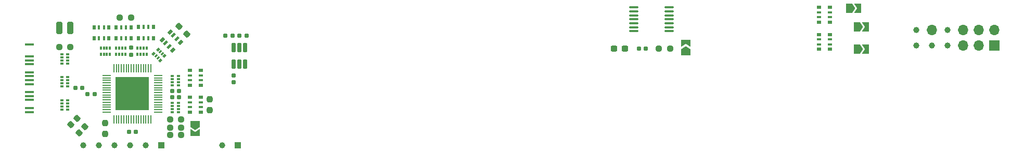
<source format=gbr>
%TF.GenerationSoftware,KiCad,Pcbnew,8.0.7*%
%TF.CreationDate,2025-01-15T17:23:36+01:00*%
%TF.ProjectId,n64rgb_v3.prod,6e363472-6762-45f7-9633-2e70726f642e,20241213.p*%
%TF.SameCoordinates,Original*%
%TF.FileFunction,Soldermask,Top*%
%TF.FilePolarity,Negative*%
%FSLAX46Y46*%
G04 Gerber Fmt 4.6, Leading zero omitted, Abs format (unit mm)*
G04 Created by KiCad (PCBNEW 8.0.7) date 2025-01-15 17:23:36*
%MOMM*%
%LPD*%
G01*
G04 APERTURE LIST*
G04 Aperture macros list*
%AMRoundRect*
0 Rectangle with rounded corners*
0 $1 Rounding radius*
0 $2 $3 $4 $5 $6 $7 $8 $9 X,Y pos of 4 corners*
0 Add a 4 corners polygon primitive as box body*
4,1,4,$2,$3,$4,$5,$6,$7,$8,$9,$2,$3,0*
0 Add four circle primitives for the rounded corners*
1,1,$1+$1,$2,$3*
1,1,$1+$1,$4,$5*
1,1,$1+$1,$6,$7*
1,1,$1+$1,$8,$9*
0 Add four rect primitives between the rounded corners*
20,1,$1+$1,$2,$3,$4,$5,0*
20,1,$1+$1,$4,$5,$6,$7,0*
20,1,$1+$1,$6,$7,$8,$9,0*
20,1,$1+$1,$8,$9,$2,$3,0*%
%AMRotRect*
0 Rectangle, with rotation*
0 The origin of the aperture is its center*
0 $1 length*
0 $2 width*
0 $3 Rotation angle, in degrees counterclockwise*
0 Add horizontal line*
21,1,$1,$2,0,0,$3*%
%AMFreePoly0*
4,1,6,1.000000,0.000000,0.500000,-0.750000,-0.500000,-0.750000,-0.500000,0.750000,0.500000,0.750000,1.000000,0.000000,1.000000,0.000000,$1*%
%AMFreePoly1*
4,1,6,0.500000,-0.750000,-0.650000,-0.750000,-0.150000,0.000000,-0.650000,0.750000,0.500000,0.750000,0.500000,-0.750000,0.500000,-0.750000,$1*%
G04 Aperture macros list end*
%ADD10RoundRect,0.237500X-0.344715X0.008839X0.008839X-0.344715X0.344715X-0.008839X-0.008839X0.344715X0*%
%ADD11C,1.000000*%
%ADD12RoundRect,0.155000X0.155000X-0.212500X0.155000X0.212500X-0.155000X0.212500X-0.155000X-0.212500X0*%
%ADD13RoundRect,0.155000X-0.212500X-0.155000X0.212500X-0.155000X0.212500X0.155000X-0.212500X0.155000X0*%
%ADD14FreePoly0,0.000000*%
%ADD15FreePoly1,0.000000*%
%ADD16R,0.400000X0.500000*%
%ADD17R,0.300000X0.500000*%
%ADD18R,0.800000X0.500000*%
%ADD19R,0.800000X0.400000*%
%ADD20RoundRect,0.250000X-0.250000X-0.750000X0.250000X-0.750000X0.250000X0.750000X-0.250000X0.750000X0*%
%ADD21RoundRect,0.155000X0.212500X0.155000X-0.212500X0.155000X-0.212500X-0.155000X0.212500X-0.155000X0*%
%ADD22RoundRect,0.237500X0.344715X-0.008839X-0.008839X0.344715X-0.344715X0.008839X0.008839X-0.344715X0*%
%ADD23RoundRect,0.100000X-0.637500X-0.100000X0.637500X-0.100000X0.637500X0.100000X-0.637500X0.100000X0*%
%ADD24RoundRect,0.237500X0.237500X-0.250000X0.237500X0.250000X-0.237500X0.250000X-0.237500X-0.250000X0*%
%ADD25RoundRect,0.237500X-0.250000X-0.237500X0.250000X-0.237500X0.250000X0.237500X-0.250000X0.237500X0*%
%ADD26R,0.500000X0.400000*%
%ADD27R,0.500000X0.300000*%
%ADD28RotRect,0.800000X0.500000X45.000000*%
%ADD29RotRect,0.800000X0.400000X45.000000*%
%ADD30R,0.500000X0.800000*%
%ADD31R,0.400000X0.800000*%
%ADD32R,1.346200X0.228600*%
%ADD33R,0.228600X1.346200*%
%ADD34R,5.511800X5.511800*%
%ADD35RoundRect,0.237500X0.300000X0.237500X-0.300000X0.237500X-0.300000X-0.237500X0.300000X-0.237500X0*%
%ADD36FreePoly0,270.000000*%
%ADD37FreePoly1,270.000000*%
%ADD38RotRect,0.500000X0.400000X45.000000*%
%ADD39RotRect,0.500000X0.300000X45.000000*%
%ADD40R,1.000000X1.000000*%
%ADD41RoundRect,0.237500X0.250000X0.237500X-0.250000X0.237500X-0.250000X-0.237500X0.250000X-0.237500X0*%
%ADD42RoundRect,0.155000X-0.155000X0.212500X-0.155000X-0.212500X0.155000X-0.212500X0.155000X0.212500X0*%
%ADD43RoundRect,0.237500X-0.237500X0.250000X-0.237500X-0.250000X0.237500X-0.250000X0.237500X0.250000X0*%
%ADD44R,1.700000X1.700000*%
%ADD45O,1.700000X1.700000*%
%ADD46FreePoly0,90.000000*%
%ADD47FreePoly1,90.000000*%
%ADD48RoundRect,0.162500X0.162500X-0.617500X0.162500X0.617500X-0.162500X0.617500X-0.162500X-0.617500X0*%
%ADD49C,0.450000*%
%ADD50R,1.350000X0.450000*%
G04 APERTURE END LIST*
D10*
%TO.C,R2*%
X38374765Y-131064765D03*
X39665235Y-132355235D03*
%TD*%
D11*
%TO.C,J6*%
X39410000Y-135440000D03*
%TD*%
D12*
%TO.C,C6*%
X47190000Y-120597500D03*
X47190000Y-119462500D03*
%TD*%
D13*
%TO.C,C4*%
X46832500Y-133220000D03*
X47967500Y-133220000D03*
%TD*%
D14*
%TO.C,JP12*%
X165269594Y-116044594D03*
D15*
X166719594Y-116044594D03*
%TD*%
D16*
%TO.C,RN4*%
X42230000Y-120520000D03*
D17*
X42730000Y-120520000D03*
X43230000Y-120520000D03*
D16*
X43730000Y-120520000D03*
X43730000Y-119520000D03*
D17*
X43230000Y-119520000D03*
X42730000Y-119520000D03*
D16*
X42230000Y-119520000D03*
%TD*%
D14*
%TO.C,JP11*%
X165269594Y-119644594D03*
D15*
X166719594Y-119644594D03*
%TD*%
D18*
%TO.C,RN16*%
X159094594Y-117294594D03*
D19*
X159094594Y-118094594D03*
X159094594Y-118894594D03*
D18*
X159094594Y-119694594D03*
X160894594Y-119694594D03*
D19*
X160894594Y-118894594D03*
X160894594Y-118094594D03*
D18*
X160894594Y-117294594D03*
%TD*%
%TO.C,RN15*%
X56700000Y-127580000D03*
D19*
X56700000Y-128380000D03*
X56700000Y-129180000D03*
D18*
X56700000Y-129980000D03*
X58500000Y-129980000D03*
D19*
X58500000Y-129180000D03*
X58500000Y-128380000D03*
D18*
X58500000Y-127580000D03*
%TD*%
D20*
%TO.C,J8*%
X37250000Y-116190000D03*
%TD*%
%TO.C,J7*%
X35470000Y-116190000D03*
%TD*%
D21*
%TO.C,C3*%
X39227500Y-126000000D03*
X38092500Y-126000000D03*
%TD*%
D11*
%TO.C,J2*%
X49570000Y-135440000D03*
%TD*%
D22*
%TO.C,R6*%
X56235235Y-117255235D03*
X54944765Y-115964765D03*
%TD*%
D21*
%TO.C,C10*%
X63667500Y-117470000D03*
X62532500Y-117470000D03*
%TD*%
D23*
%TO.C,U2*%
X128963500Y-112858000D03*
X128963500Y-113508000D03*
X128963500Y-114158000D03*
X128963500Y-114808000D03*
X128963500Y-115458000D03*
X128963500Y-116108000D03*
X128963500Y-116758000D03*
X134688500Y-116758000D03*
X134688500Y-116108000D03*
X134688500Y-115458000D03*
X134688500Y-114808000D03*
X134688500Y-114158000D03*
X134688500Y-113508000D03*
X134688500Y-112858000D03*
%TD*%
D24*
%TO.C,R7*%
X59950000Y-129712500D03*
X59950000Y-127887500D03*
%TD*%
D25*
%TO.C,R11*%
X133021700Y-119583200D03*
X134846700Y-119583200D03*
%TD*%
D26*
%TO.C,RN9*%
X53900000Y-128490000D03*
D27*
X53900000Y-128990000D03*
X53900000Y-129490000D03*
D26*
X53900000Y-129990000D03*
X54900000Y-129990000D03*
D27*
X54900000Y-129490000D03*
X54900000Y-128990000D03*
D26*
X54900000Y-128490000D03*
%TD*%
D28*
%TO.C,RN13*%
X52225076Y-118127868D03*
D29*
X52790761Y-118693553D03*
X53356447Y-119259239D03*
D28*
X53922132Y-119824924D03*
X55194924Y-118552132D03*
D29*
X54629239Y-117986447D03*
X54063553Y-117420761D03*
D28*
X53497868Y-116855076D03*
%TD*%
D30*
%TO.C,RN11*%
X44750000Y-117900000D03*
D31*
X45550000Y-117900000D03*
X46350000Y-117900000D03*
D30*
X47150000Y-117900000D03*
X47150000Y-116100000D03*
D31*
X46350000Y-116100000D03*
X45550000Y-116100000D03*
D30*
X44750000Y-116100000D03*
%TD*%
D11*
%TO.C,J3*%
X44490000Y-135440000D03*
%TD*%
D13*
%TO.C,C5*%
X53832500Y-127530000D03*
X54967500Y-127530000D03*
%TD*%
D11*
%TO.C,J5*%
X41950000Y-135440000D03*
%TD*%
D32*
%TO.C,U1*%
X43200000Y-124000002D03*
X43200000Y-124400001D03*
X43200000Y-124800000D03*
X43200000Y-125200002D03*
X43200000Y-125600001D03*
X43200000Y-126000000D03*
X43200000Y-126400002D03*
X43200000Y-126800001D03*
X43200000Y-127200001D03*
X43200000Y-127600000D03*
X43200000Y-128000002D03*
X43200000Y-128400001D03*
X43200000Y-128800000D03*
X43200000Y-129200002D03*
X43200000Y-129600001D03*
X43200000Y-130000000D03*
D33*
X44378301Y-131178301D03*
X44778300Y-131178301D03*
X45178299Y-131178301D03*
X45578301Y-131178301D03*
X45978300Y-131178301D03*
X46378299Y-131178301D03*
X46778301Y-131178301D03*
X47178300Y-131178301D03*
X47578300Y-131178301D03*
X47978299Y-131178301D03*
X48378301Y-131178301D03*
X48778300Y-131178301D03*
X49178299Y-131178301D03*
X49578301Y-131178301D03*
X49978300Y-131178301D03*
X50378299Y-131178301D03*
D32*
X51556600Y-130000000D03*
X51556600Y-129600001D03*
X51556600Y-129200002D03*
X51556600Y-128800000D03*
X51556600Y-128400001D03*
X51556600Y-128000002D03*
X51556600Y-127600000D03*
X51556600Y-127200001D03*
X51556600Y-126800001D03*
X51556600Y-126400002D03*
X51556600Y-126000000D03*
X51556600Y-125600001D03*
X51556600Y-125200002D03*
X51556600Y-124800000D03*
X51556600Y-124400001D03*
X51556600Y-124000002D03*
D33*
X50378299Y-122821701D03*
X49978300Y-122821701D03*
X49578301Y-122821701D03*
X49178299Y-122821701D03*
X48778300Y-122821701D03*
X48378301Y-122821701D03*
X47978299Y-122821701D03*
X47578300Y-122821701D03*
X47178300Y-122821701D03*
X46778301Y-122821701D03*
X46378299Y-122821701D03*
X45978300Y-122821701D03*
X45578301Y-122821701D03*
X45178299Y-122821701D03*
X44778300Y-122821701D03*
X44378301Y-122821701D03*
D34*
X47378300Y-127000001D03*
%TD*%
D35*
%TO.C,C7*%
X127481500Y-119557800D03*
X125756500Y-119557800D03*
%TD*%
D36*
%TO.C,JP9*%
X57590000Y-131955001D03*
D37*
X57590000Y-133404999D03*
%TD*%
D26*
%TO.C,RN2*%
X35875000Y-124250000D03*
D27*
X35875000Y-124750000D03*
X35875000Y-125250000D03*
D26*
X35875000Y-125750000D03*
X36875000Y-125750000D03*
D27*
X36875000Y-125250000D03*
X36875000Y-124750000D03*
D26*
X36875000Y-124250000D03*
%TD*%
D21*
%TO.C,C1*%
X41205000Y-127080000D03*
X40070000Y-127080000D03*
%TD*%
D25*
%TO.C,R4*%
X35465000Y-119350000D03*
X37290000Y-119350000D03*
%TD*%
D26*
%TO.C,RN3*%
X35875000Y-128050000D03*
D27*
X35875000Y-128550000D03*
X35875000Y-129050000D03*
D26*
X35875000Y-129550000D03*
X36875000Y-129550000D03*
D27*
X36875000Y-129050000D03*
X36875000Y-128550000D03*
D26*
X36875000Y-128050000D03*
%TD*%
D38*
%TO.C,RN7*%
X50856117Y-120453223D03*
D39*
X51209670Y-120806777D03*
X51563223Y-121160330D03*
D38*
X51916777Y-121513883D03*
X52623883Y-120806777D03*
D39*
X52270330Y-120453223D03*
X51916777Y-120099670D03*
D38*
X51563223Y-119746117D03*
%TD*%
D13*
%TO.C,C8*%
X129810700Y-119557800D03*
X130945700Y-119557800D03*
%TD*%
D30*
%TO.C,RN10*%
X41140000Y-117910000D03*
D31*
X41940000Y-117910000D03*
X42740000Y-117910000D03*
D30*
X43540000Y-117910000D03*
X43540000Y-116110000D03*
D31*
X42740000Y-116110000D03*
X41940000Y-116110000D03*
D30*
X41140000Y-116110000D03*
%TD*%
D11*
%TO.C,J4*%
X47030000Y-135440000D03*
%TD*%
D14*
%TO.C,JP13*%
X164019594Y-112994594D03*
D15*
X165469594Y-112994594D03*
%TD*%
D40*
%TO.C,J9*%
X64570000Y-135440000D03*
%TD*%
D41*
%TO.C,R10*%
X55312500Y-133750000D03*
X53487500Y-133750000D03*
%TD*%
D26*
%TO.C,RN1*%
X35875000Y-120550000D03*
D27*
X35875000Y-121050000D03*
X35875000Y-121550000D03*
D26*
X35875000Y-122050000D03*
X36875000Y-122050000D03*
D27*
X36875000Y-121550000D03*
X36875000Y-121050000D03*
D26*
X36875000Y-120550000D03*
%TD*%
D25*
%TO.C,R8*%
X53487500Y-131230000D03*
X55312500Y-131230000D03*
%TD*%
D42*
%TO.C,C11*%
X63820000Y-123992500D03*
X63820000Y-125127500D03*
%TD*%
D26*
%TO.C,RN8*%
X53900000Y-124100000D03*
D27*
X53900000Y-124600000D03*
X53900000Y-125100000D03*
D26*
X53900000Y-125600000D03*
X54900000Y-125600000D03*
D27*
X54900000Y-125100000D03*
X54900000Y-124600000D03*
D26*
X54900000Y-124100000D03*
%TD*%
D10*
%TO.C,R3*%
X37384765Y-132084765D03*
X38675235Y-133375235D03*
%TD*%
D16*
%TO.C,RN6*%
X48180000Y-120549999D03*
D17*
X48680000Y-120550000D03*
X49180000Y-120550000D03*
D16*
X49680000Y-120549999D03*
X49680000Y-119550001D03*
D17*
X49180000Y-119550000D03*
X48680000Y-119550000D03*
D16*
X48180000Y-119550001D03*
%TD*%
D43*
%TO.C,R1*%
X42920000Y-131760000D03*
X42920000Y-133585000D03*
%TD*%
D11*
%TO.C,X2*%
X174938594Y-116569394D03*
X174938594Y-119109394D03*
X177478594Y-119109394D03*
X180018594Y-116569394D03*
X180018594Y-119109394D03*
D44*
X187638594Y-119109394D03*
D45*
X187638594Y-116569394D03*
X185098594Y-119109394D03*
X185098594Y-116569394D03*
X182558594Y-119109394D03*
X182558594Y-116569394D03*
X177478594Y-116569394D03*
%TD*%
D30*
%TO.C,RN12*%
X48400000Y-117880000D03*
D31*
X49200000Y-117880000D03*
X50000000Y-117880000D03*
D30*
X50800000Y-117880000D03*
X50800000Y-116080000D03*
D31*
X50000000Y-116080000D03*
X49200000Y-116080000D03*
D30*
X48400000Y-116080000D03*
%TD*%
D18*
%TO.C,RN14*%
X56750000Y-123190000D03*
D19*
X56750000Y-123990000D03*
X56750000Y-124790000D03*
D18*
X56750000Y-125590000D03*
X58550000Y-125590000D03*
D19*
X58550000Y-124790000D03*
X58550000Y-123990000D03*
D18*
X58550000Y-123190000D03*
%TD*%
D40*
%TO.C,J1*%
X52110000Y-135440000D03*
%TD*%
D41*
%TO.C,R9*%
X55315000Y-132520000D03*
X53490000Y-132520000D03*
%TD*%
D46*
%TO.C,JP10*%
X137464800Y-120155800D03*
D47*
X137464800Y-118705800D03*
%TD*%
D16*
%TO.C,RN5*%
X44750000Y-120520000D03*
D17*
X45250000Y-120520000D03*
X45750000Y-120520000D03*
D16*
X46250000Y-120520000D03*
X46250000Y-119520000D03*
D17*
X45750000Y-119520000D03*
X45250000Y-119520000D03*
D16*
X44750000Y-119520000D03*
%TD*%
D11*
%TO.C,J10*%
X62030000Y-135440000D03*
%TD*%
D18*
%TO.C,RN17*%
X159094594Y-112844594D03*
D19*
X159094594Y-113644594D03*
X159094594Y-114444594D03*
D18*
X159094594Y-115244594D03*
X160894594Y-115244594D03*
D19*
X160894594Y-114444594D03*
X160894594Y-113644594D03*
D18*
X160894594Y-112844594D03*
%TD*%
D41*
%TO.C,R5*%
X47152500Y-114540000D03*
X45327500Y-114540000D03*
%TD*%
D13*
%TO.C,C2*%
X53832500Y-126580000D03*
X54967500Y-126580000D03*
%TD*%
D48*
%TO.C,U3*%
X63822500Y-122140000D03*
X64772500Y-122140000D03*
X65722500Y-122140000D03*
X65722500Y-119440000D03*
X64772500Y-119440000D03*
X63822500Y-119440000D03*
%TD*%
D13*
%TO.C,C9*%
X64802500Y-117470000D03*
X65937500Y-117470000D03*
%TD*%
D49*
%TO.C,X1*%
X30030000Y-129972500D03*
X30705000Y-129972500D03*
D50*
X30705000Y-129972500D03*
D49*
X30030000Y-129322500D03*
X30705000Y-129322500D03*
D50*
X30705000Y-129322500D03*
D49*
X30030000Y-128022500D03*
X30705000Y-128022500D03*
X30030000Y-127372500D03*
X30705000Y-127372500D03*
X30030000Y-126722500D03*
X30705000Y-126722500D03*
D50*
X30705000Y-126722500D03*
D49*
X30030000Y-125422500D03*
X30705000Y-125422500D03*
D50*
X30705000Y-125422500D03*
D49*
X30030000Y-124772500D03*
X30705000Y-124772500D03*
D50*
X30705000Y-124772500D03*
D49*
X30030000Y-124122500D03*
X30705000Y-124122500D03*
D50*
X30705000Y-124122500D03*
D49*
X30030000Y-123472500D03*
X30705000Y-123472500D03*
D50*
X30705000Y-123472500D03*
D49*
X30030000Y-122172500D03*
X30705000Y-122172500D03*
D50*
X30705000Y-122172500D03*
D49*
X30030000Y-121522500D03*
X30705000Y-121522500D03*
D50*
X30705000Y-121522500D03*
D49*
X30030000Y-120872500D03*
X30705000Y-120872500D03*
D50*
X30705000Y-120872500D03*
D49*
X30030000Y-118922500D03*
X30705000Y-118922500D03*
D50*
X30705000Y-118922500D03*
X30705000Y-127372500D03*
X30705000Y-128022500D03*
%TD*%
M02*

</source>
